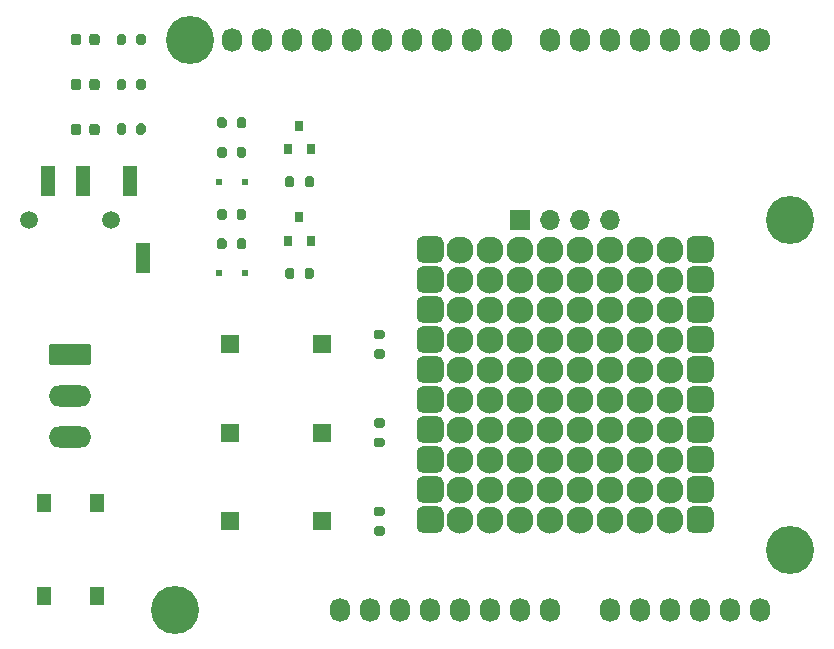
<source format=gts>
%TF.GenerationSoftware,KiCad,Pcbnew,(5.1.10)-1*%
%TF.CreationDate,2021-11-05T01:01:10-05:00*%
%TF.ProjectId,KVLShield,4b564c53-6869-4656-9c64-2e6b69636164,1.0*%
%TF.SameCoordinates,Original*%
%TF.FileFunction,Soldermask,Top*%
%TF.FilePolarity,Negative*%
%FSLAX46Y46*%
G04 Gerber Fmt 4.6, Leading zero omitted, Abs format (unit mm)*
G04 Created by KiCad (PCBNEW (5.1.10)-1) date 2021-11-05 01:01:10*
%MOMM*%
%LPD*%
G01*
G04 APERTURE LIST*
%ADD10R,1.500000X1.500000*%
%ADD11C,1.500000*%
%ADD12R,1.200000X2.500000*%
%ADD13R,1.300000X1.550000*%
%ADD14R,0.800000X0.900000*%
%ADD15C,2.300000*%
%ADD16R,0.500000X0.500000*%
%ADD17O,3.600000X1.800000*%
%ADD18O,1.727200X2.032000*%
%ADD19C,4.064000*%
%ADD20R,1.700000X1.700000*%
%ADD21O,1.700000X1.700000*%
G04 APERTURE END LIST*
D10*
%TO.C,SW4*%
X137398000Y-116365000D03*
X129598000Y-116365000D03*
%TD*%
%TO.C,SW3*%
X137398000Y-108865000D03*
X129598000Y-108865000D03*
%TD*%
%TO.C,SW2*%
X137398000Y-101365000D03*
X129598000Y-101365000D03*
%TD*%
D11*
%TO.C,J3*%
X119573000Y-90805000D03*
X112573000Y-90805000D03*
D12*
X114173000Y-87555000D03*
X117173000Y-87555000D03*
X121173000Y-87555000D03*
X122273000Y-94055000D03*
%TD*%
D13*
%TO.C,SW1*%
X113828000Y-122720000D03*
X118328000Y-122720000D03*
X118328000Y-114770000D03*
X113828000Y-114770000D03*
%TD*%
D14*
%TO.C,Q1*%
X135498000Y-82865000D03*
X136448000Y-84865000D03*
X134548000Y-84865000D03*
%TD*%
D15*
%TO.C, *%
X166878000Y-111125000D03*
%TD*%
%TO.C, *%
X166878000Y-98425000D03*
%TD*%
%TO.C, *%
X166878000Y-108585000D03*
%TD*%
%TO.C, *%
X166878000Y-113665000D03*
%TD*%
%TO.C, *%
X166878000Y-116205000D03*
%TD*%
%TO.C, *%
X166878000Y-106045000D03*
%TD*%
%TO.C, *%
X166878000Y-103505000D03*
%TD*%
%TO.C, *%
X166878000Y-100965000D03*
%TD*%
%TO.C, *%
X166878000Y-95885000D03*
%TD*%
%TO.C, *%
X166878000Y-93345000D03*
%TD*%
%TO.C, *%
X164338000Y-111125000D03*
%TD*%
%TO.C, *%
X164338000Y-98425000D03*
%TD*%
%TO.C, *%
X164338000Y-108585000D03*
%TD*%
%TO.C, *%
X164338000Y-113665000D03*
%TD*%
%TO.C, *%
X164338000Y-116205000D03*
%TD*%
%TO.C, *%
X164338000Y-106045000D03*
%TD*%
%TO.C, *%
X164338000Y-103505000D03*
%TD*%
%TO.C, *%
X164338000Y-100965000D03*
%TD*%
%TO.C, *%
X164338000Y-95885000D03*
%TD*%
%TO.C, *%
X164338000Y-93345000D03*
%TD*%
%TO.C, *%
X161798000Y-111125000D03*
%TD*%
%TO.C, *%
X161798000Y-98425000D03*
%TD*%
%TO.C, *%
X161798000Y-108585000D03*
%TD*%
%TO.C, *%
X161798000Y-113665000D03*
%TD*%
%TO.C, *%
X161798000Y-116205000D03*
%TD*%
%TO.C, *%
X161798000Y-106045000D03*
%TD*%
%TO.C, *%
X161798000Y-103505000D03*
%TD*%
%TO.C, *%
X161798000Y-100965000D03*
%TD*%
%TO.C, *%
X161798000Y-95885000D03*
%TD*%
%TO.C, *%
X161798000Y-93345000D03*
%TD*%
%TO.C, *%
X159258000Y-111125000D03*
%TD*%
%TO.C, *%
X159258000Y-98425000D03*
%TD*%
%TO.C, *%
X159258000Y-108585000D03*
%TD*%
%TO.C, *%
X159258000Y-113665000D03*
%TD*%
%TO.C, *%
X159258000Y-116205000D03*
%TD*%
%TO.C, *%
X159258000Y-106045000D03*
%TD*%
%TO.C, *%
X159258000Y-103505000D03*
%TD*%
%TO.C, *%
X159258000Y-100965000D03*
%TD*%
%TO.C, *%
X159258000Y-95885000D03*
%TD*%
%TO.C, *%
X159258000Y-93345000D03*
%TD*%
%TO.C, *%
X156718000Y-111125000D03*
%TD*%
%TO.C, *%
X156718000Y-98425000D03*
%TD*%
%TO.C, *%
X156718000Y-108585000D03*
%TD*%
%TO.C, *%
X156718000Y-113665000D03*
%TD*%
%TO.C, *%
X156718000Y-116205000D03*
%TD*%
%TO.C, *%
X156718000Y-106045000D03*
%TD*%
%TO.C, *%
X156718000Y-103505000D03*
%TD*%
%TO.C, *%
X156718000Y-100965000D03*
%TD*%
%TO.C, *%
X156718000Y-95885000D03*
%TD*%
%TO.C, *%
X156718000Y-93345000D03*
%TD*%
%TO.C, *%
X154178000Y-111125000D03*
%TD*%
%TO.C, *%
X154178000Y-98425000D03*
%TD*%
%TO.C, *%
X154178000Y-108585000D03*
%TD*%
%TO.C, *%
X154178000Y-113665000D03*
%TD*%
%TO.C, *%
X154178000Y-116205000D03*
%TD*%
%TO.C, *%
X154178000Y-106045000D03*
%TD*%
%TO.C, *%
X154178000Y-103505000D03*
%TD*%
%TO.C, *%
X154178000Y-100965000D03*
%TD*%
%TO.C, *%
X154178000Y-95885000D03*
%TD*%
%TO.C, *%
X154178000Y-93345000D03*
%TD*%
%TO.C, *%
X151638000Y-111125000D03*
%TD*%
%TO.C, *%
X151638000Y-98425000D03*
%TD*%
%TO.C, *%
X151638000Y-108585000D03*
%TD*%
%TO.C, *%
X151638000Y-113665000D03*
%TD*%
%TO.C, *%
X151638000Y-116205000D03*
%TD*%
%TO.C, *%
X151638000Y-106045000D03*
%TD*%
%TO.C, *%
X151638000Y-103505000D03*
%TD*%
%TO.C, *%
X151638000Y-100965000D03*
%TD*%
%TO.C, *%
X151638000Y-95885000D03*
%TD*%
%TO.C, *%
X151638000Y-93345000D03*
%TD*%
%TO.C, *%
X149098000Y-116205000D03*
%TD*%
%TO.C, *%
X149098000Y-113665000D03*
%TD*%
%TO.C, *%
X149098000Y-111125000D03*
%TD*%
%TO.C, *%
X149098000Y-108585000D03*
%TD*%
%TO.C, *%
X149098000Y-106045000D03*
%TD*%
%TO.C, *%
X149098000Y-103505000D03*
%TD*%
%TO.C, *%
X149098000Y-100965000D03*
%TD*%
%TO.C, *%
X149098000Y-98425000D03*
%TD*%
%TO.C, *%
X149098000Y-95885000D03*
%TD*%
%TO.C, *%
G36*
G01*
X168268000Y-116780000D02*
X168268000Y-115630000D01*
G75*
G02*
X168843000Y-115055000I575000J0D01*
G01*
X169993000Y-115055000D01*
G75*
G02*
X170568000Y-115630000I0J-575000D01*
G01*
X170568000Y-116780000D01*
G75*
G02*
X169993000Y-117355000I-575000J0D01*
G01*
X168843000Y-117355000D01*
G75*
G02*
X168268000Y-116780000I0J575000D01*
G01*
G37*
%TD*%
%TO.C, *%
G36*
G01*
X168268000Y-114240000D02*
X168268000Y-113090000D01*
G75*
G02*
X168843000Y-112515000I575000J0D01*
G01*
X169993000Y-112515000D01*
G75*
G02*
X170568000Y-113090000I0J-575000D01*
G01*
X170568000Y-114240000D01*
G75*
G02*
X169993000Y-114815000I-575000J0D01*
G01*
X168843000Y-114815000D01*
G75*
G02*
X168268000Y-114240000I0J575000D01*
G01*
G37*
%TD*%
%TO.C, *%
G36*
G01*
X168268000Y-111700000D02*
X168268000Y-110550000D01*
G75*
G02*
X168843000Y-109975000I575000J0D01*
G01*
X169993000Y-109975000D01*
G75*
G02*
X170568000Y-110550000I0J-575000D01*
G01*
X170568000Y-111700000D01*
G75*
G02*
X169993000Y-112275000I-575000J0D01*
G01*
X168843000Y-112275000D01*
G75*
G02*
X168268000Y-111700000I0J575000D01*
G01*
G37*
%TD*%
%TO.C, *%
G36*
G01*
X168268000Y-109160000D02*
X168268000Y-108010000D01*
G75*
G02*
X168843000Y-107435000I575000J0D01*
G01*
X169993000Y-107435000D01*
G75*
G02*
X170568000Y-108010000I0J-575000D01*
G01*
X170568000Y-109160000D01*
G75*
G02*
X169993000Y-109735000I-575000J0D01*
G01*
X168843000Y-109735000D01*
G75*
G02*
X168268000Y-109160000I0J575000D01*
G01*
G37*
%TD*%
%TO.C, *%
G36*
G01*
X168268000Y-106620000D02*
X168268000Y-105470000D01*
G75*
G02*
X168843000Y-104895000I575000J0D01*
G01*
X169993000Y-104895000D01*
G75*
G02*
X170568000Y-105470000I0J-575000D01*
G01*
X170568000Y-106620000D01*
G75*
G02*
X169993000Y-107195000I-575000J0D01*
G01*
X168843000Y-107195000D01*
G75*
G02*
X168268000Y-106620000I0J575000D01*
G01*
G37*
%TD*%
%TO.C, *%
G36*
G01*
X168268000Y-104080000D02*
X168268000Y-102930000D01*
G75*
G02*
X168843000Y-102355000I575000J0D01*
G01*
X169993000Y-102355000D01*
G75*
G02*
X170568000Y-102930000I0J-575000D01*
G01*
X170568000Y-104080000D01*
G75*
G02*
X169993000Y-104655000I-575000J0D01*
G01*
X168843000Y-104655000D01*
G75*
G02*
X168268000Y-104080000I0J575000D01*
G01*
G37*
%TD*%
%TO.C, *%
G36*
G01*
X168268000Y-101540000D02*
X168268000Y-100390000D01*
G75*
G02*
X168843000Y-99815000I575000J0D01*
G01*
X169993000Y-99815000D01*
G75*
G02*
X170568000Y-100390000I0J-575000D01*
G01*
X170568000Y-101540000D01*
G75*
G02*
X169993000Y-102115000I-575000J0D01*
G01*
X168843000Y-102115000D01*
G75*
G02*
X168268000Y-101540000I0J575000D01*
G01*
G37*
%TD*%
%TO.C, *%
G36*
G01*
X168268000Y-99000000D02*
X168268000Y-97850000D01*
G75*
G02*
X168843000Y-97275000I575000J0D01*
G01*
X169993000Y-97275000D01*
G75*
G02*
X170568000Y-97850000I0J-575000D01*
G01*
X170568000Y-99000000D01*
G75*
G02*
X169993000Y-99575000I-575000J0D01*
G01*
X168843000Y-99575000D01*
G75*
G02*
X168268000Y-99000000I0J575000D01*
G01*
G37*
%TD*%
%TO.C, *%
G36*
G01*
X168268000Y-96460000D02*
X168268000Y-95310000D01*
G75*
G02*
X168843000Y-94735000I575000J0D01*
G01*
X169993000Y-94735000D01*
G75*
G02*
X170568000Y-95310000I0J-575000D01*
G01*
X170568000Y-96460000D01*
G75*
G02*
X169993000Y-97035000I-575000J0D01*
G01*
X168843000Y-97035000D01*
G75*
G02*
X168268000Y-96460000I0J575000D01*
G01*
G37*
%TD*%
%TO.C, *%
G36*
G01*
X145408000Y-116780000D02*
X145408000Y-115630000D01*
G75*
G02*
X145983000Y-115055000I575000J0D01*
G01*
X147133000Y-115055000D01*
G75*
G02*
X147708000Y-115630000I0J-575000D01*
G01*
X147708000Y-116780000D01*
G75*
G02*
X147133000Y-117355000I-575000J0D01*
G01*
X145983000Y-117355000D01*
G75*
G02*
X145408000Y-116780000I0J575000D01*
G01*
G37*
%TD*%
%TO.C, *%
G36*
G01*
X145408000Y-114240000D02*
X145408000Y-113090000D01*
G75*
G02*
X145983000Y-112515000I575000J0D01*
G01*
X147133000Y-112515000D01*
G75*
G02*
X147708000Y-113090000I0J-575000D01*
G01*
X147708000Y-114240000D01*
G75*
G02*
X147133000Y-114815000I-575000J0D01*
G01*
X145983000Y-114815000D01*
G75*
G02*
X145408000Y-114240000I0J575000D01*
G01*
G37*
%TD*%
%TO.C, *%
G36*
G01*
X145408000Y-111700000D02*
X145408000Y-110550000D01*
G75*
G02*
X145983000Y-109975000I575000J0D01*
G01*
X147133000Y-109975000D01*
G75*
G02*
X147708000Y-110550000I0J-575000D01*
G01*
X147708000Y-111700000D01*
G75*
G02*
X147133000Y-112275000I-575000J0D01*
G01*
X145983000Y-112275000D01*
G75*
G02*
X145408000Y-111700000I0J575000D01*
G01*
G37*
%TD*%
%TO.C, *%
G36*
G01*
X145408000Y-109160000D02*
X145408000Y-108010000D01*
G75*
G02*
X145983000Y-107435000I575000J0D01*
G01*
X147133000Y-107435000D01*
G75*
G02*
X147708000Y-108010000I0J-575000D01*
G01*
X147708000Y-109160000D01*
G75*
G02*
X147133000Y-109735000I-575000J0D01*
G01*
X145983000Y-109735000D01*
G75*
G02*
X145408000Y-109160000I0J575000D01*
G01*
G37*
%TD*%
%TO.C, *%
G36*
G01*
X145408000Y-106620000D02*
X145408000Y-105470000D01*
G75*
G02*
X145983000Y-104895000I575000J0D01*
G01*
X147133000Y-104895000D01*
G75*
G02*
X147708000Y-105470000I0J-575000D01*
G01*
X147708000Y-106620000D01*
G75*
G02*
X147133000Y-107195000I-575000J0D01*
G01*
X145983000Y-107195000D01*
G75*
G02*
X145408000Y-106620000I0J575000D01*
G01*
G37*
%TD*%
%TO.C, *%
G36*
G01*
X145408000Y-104080000D02*
X145408000Y-102930000D01*
G75*
G02*
X145983000Y-102355000I575000J0D01*
G01*
X147133000Y-102355000D01*
G75*
G02*
X147708000Y-102930000I0J-575000D01*
G01*
X147708000Y-104080000D01*
G75*
G02*
X147133000Y-104655000I-575000J0D01*
G01*
X145983000Y-104655000D01*
G75*
G02*
X145408000Y-104080000I0J575000D01*
G01*
G37*
%TD*%
%TO.C, *%
G36*
G01*
X145408000Y-101540000D02*
X145408000Y-100390000D01*
G75*
G02*
X145983000Y-99815000I575000J0D01*
G01*
X147133000Y-99815000D01*
G75*
G02*
X147708000Y-100390000I0J-575000D01*
G01*
X147708000Y-101540000D01*
G75*
G02*
X147133000Y-102115000I-575000J0D01*
G01*
X145983000Y-102115000D01*
G75*
G02*
X145408000Y-101540000I0J575000D01*
G01*
G37*
%TD*%
%TO.C, *%
G36*
G01*
X145408000Y-99000000D02*
X145408000Y-97850000D01*
G75*
G02*
X145983000Y-97275000I575000J0D01*
G01*
X147133000Y-97275000D01*
G75*
G02*
X147708000Y-97850000I0J-575000D01*
G01*
X147708000Y-99000000D01*
G75*
G02*
X147133000Y-99575000I-575000J0D01*
G01*
X145983000Y-99575000D01*
G75*
G02*
X145408000Y-99000000I0J575000D01*
G01*
G37*
%TD*%
%TO.C, *%
G36*
G01*
X145408000Y-96460000D02*
X145408000Y-95310000D01*
G75*
G02*
X145983000Y-94735000I575000J0D01*
G01*
X147133000Y-94735000D01*
G75*
G02*
X147708000Y-95310000I0J-575000D01*
G01*
X147708000Y-96460000D01*
G75*
G02*
X147133000Y-97035000I-575000J0D01*
G01*
X145983000Y-97035000D01*
G75*
G02*
X145408000Y-96460000I0J575000D01*
G01*
G37*
%TD*%
%TO.C, *%
G36*
G01*
X168268000Y-93920000D02*
X168268000Y-92770000D01*
G75*
G02*
X168843000Y-92195000I575000J0D01*
G01*
X169993000Y-92195000D01*
G75*
G02*
X170568000Y-92770000I0J-575000D01*
G01*
X170568000Y-93920000D01*
G75*
G02*
X169993000Y-94495000I-575000J0D01*
G01*
X168843000Y-94495000D01*
G75*
G02*
X168268000Y-93920000I0J575000D01*
G01*
G37*
%TD*%
%TO.C, *%
X149098000Y-93345000D03*
%TD*%
%TO.C, *%
G36*
G01*
X145408000Y-93920000D02*
X145408000Y-92770000D01*
G75*
G02*
X145983000Y-92195000I575000J0D01*
G01*
X147133000Y-92195000D01*
G75*
G02*
X147708000Y-92770000I0J-575000D01*
G01*
X147708000Y-93920000D01*
G75*
G02*
X147133000Y-94495000I-575000J0D01*
G01*
X145983000Y-94495000D01*
G75*
G02*
X145408000Y-93920000I0J575000D01*
G01*
G37*
%TD*%
%TO.C,R12*%
G36*
G01*
X141973000Y-116790000D02*
X142523000Y-116790000D01*
G75*
G02*
X142723000Y-116990000I0J-200000D01*
G01*
X142723000Y-117390000D01*
G75*
G02*
X142523000Y-117590000I-200000J0D01*
G01*
X141973000Y-117590000D01*
G75*
G02*
X141773000Y-117390000I0J200000D01*
G01*
X141773000Y-116990000D01*
G75*
G02*
X141973000Y-116790000I200000J0D01*
G01*
G37*
G36*
G01*
X141973000Y-115140000D02*
X142523000Y-115140000D01*
G75*
G02*
X142723000Y-115340000I0J-200000D01*
G01*
X142723000Y-115740000D01*
G75*
G02*
X142523000Y-115940000I-200000J0D01*
G01*
X141973000Y-115940000D01*
G75*
G02*
X141773000Y-115740000I0J200000D01*
G01*
X141773000Y-115340000D01*
G75*
G02*
X141973000Y-115140000I200000J0D01*
G01*
G37*
%TD*%
%TO.C,R11*%
G36*
G01*
X141973000Y-109290000D02*
X142523000Y-109290000D01*
G75*
G02*
X142723000Y-109490000I0J-200000D01*
G01*
X142723000Y-109890000D01*
G75*
G02*
X142523000Y-110090000I-200000J0D01*
G01*
X141973000Y-110090000D01*
G75*
G02*
X141773000Y-109890000I0J200000D01*
G01*
X141773000Y-109490000D01*
G75*
G02*
X141973000Y-109290000I200000J0D01*
G01*
G37*
G36*
G01*
X141973000Y-107640000D02*
X142523000Y-107640000D01*
G75*
G02*
X142723000Y-107840000I0J-200000D01*
G01*
X142723000Y-108240000D01*
G75*
G02*
X142523000Y-108440000I-200000J0D01*
G01*
X141973000Y-108440000D01*
G75*
G02*
X141773000Y-108240000I0J200000D01*
G01*
X141773000Y-107840000D01*
G75*
G02*
X141973000Y-107640000I200000J0D01*
G01*
G37*
%TD*%
%TO.C,R10*%
G36*
G01*
X141973000Y-101790000D02*
X142523000Y-101790000D01*
G75*
G02*
X142723000Y-101990000I0J-200000D01*
G01*
X142723000Y-102390000D01*
G75*
G02*
X142523000Y-102590000I-200000J0D01*
G01*
X141973000Y-102590000D01*
G75*
G02*
X141773000Y-102390000I0J200000D01*
G01*
X141773000Y-101990000D01*
G75*
G02*
X141973000Y-101790000I200000J0D01*
G01*
G37*
G36*
G01*
X141973000Y-100140000D02*
X142523000Y-100140000D01*
G75*
G02*
X142723000Y-100340000I0J-200000D01*
G01*
X142723000Y-100740000D01*
G75*
G02*
X142523000Y-100940000I-200000J0D01*
G01*
X141973000Y-100940000D01*
G75*
G02*
X141773000Y-100740000I0J200000D01*
G01*
X141773000Y-100340000D01*
G75*
G02*
X141973000Y-100140000I200000J0D01*
G01*
G37*
%TD*%
D16*
%TO.C,D2*%
X128648000Y-95365000D03*
X130848000Y-95365000D03*
%TD*%
%TO.C,D1*%
X128648000Y-87615000D03*
X130848000Y-87615000D03*
%TD*%
D17*
%TO.C,J1*%
X116078000Y-109235000D03*
X116078000Y-105735000D03*
G36*
G01*
X114528000Y-101335000D02*
X117628000Y-101335000D01*
G75*
G02*
X117878000Y-101585000I0J-250000D01*
G01*
X117878000Y-102885000D01*
G75*
G02*
X117628000Y-103135000I-250000J0D01*
G01*
X114528000Y-103135000D01*
G75*
G02*
X114278000Y-102885000I0J250000D01*
G01*
X114278000Y-101585000D01*
G75*
G02*
X114528000Y-101335000I250000J0D01*
G01*
G37*
%TD*%
%TO.C,R9*%
G36*
G01*
X120823000Y-82870000D02*
X120823000Y-83420000D01*
G75*
G02*
X120623000Y-83620000I-200000J0D01*
G01*
X120223000Y-83620000D01*
G75*
G02*
X120023000Y-83420000I0J200000D01*
G01*
X120023000Y-82870000D01*
G75*
G02*
X120223000Y-82670000I200000J0D01*
G01*
X120623000Y-82670000D01*
G75*
G02*
X120823000Y-82870000I0J-200000D01*
G01*
G37*
G36*
G01*
X122473000Y-82870000D02*
X122473000Y-83420000D01*
G75*
G02*
X122273000Y-83620000I-200000J0D01*
G01*
X121873000Y-83620000D01*
G75*
G02*
X121673000Y-83420000I0J200000D01*
G01*
X121673000Y-82870000D01*
G75*
G02*
X121873000Y-82670000I200000J0D01*
G01*
X122273000Y-82670000D01*
G75*
G02*
X122473000Y-82870000I0J-200000D01*
G01*
G37*
%TD*%
%TO.C,D5*%
G36*
G01*
X117698000Y-83441250D02*
X117698000Y-82928750D01*
G75*
G02*
X117916750Y-82710000I218750J0D01*
G01*
X118354250Y-82710000D01*
G75*
G02*
X118573000Y-82928750I0J-218750D01*
G01*
X118573000Y-83441250D01*
G75*
G02*
X118354250Y-83660000I-218750J0D01*
G01*
X117916750Y-83660000D01*
G75*
G02*
X117698000Y-83441250I0J218750D01*
G01*
G37*
G36*
G01*
X116123000Y-83441250D02*
X116123000Y-82928750D01*
G75*
G02*
X116341750Y-82710000I218750J0D01*
G01*
X116779250Y-82710000D01*
G75*
G02*
X116998000Y-82928750I0J-218750D01*
G01*
X116998000Y-83441250D01*
G75*
G02*
X116779250Y-83660000I-218750J0D01*
G01*
X116341750Y-83660000D01*
G75*
G02*
X116123000Y-83441250I0J218750D01*
G01*
G37*
%TD*%
%TO.C,D4*%
G36*
G01*
X117698000Y-79631250D02*
X117698000Y-79118750D01*
G75*
G02*
X117916750Y-78900000I218750J0D01*
G01*
X118354250Y-78900000D01*
G75*
G02*
X118573000Y-79118750I0J-218750D01*
G01*
X118573000Y-79631250D01*
G75*
G02*
X118354250Y-79850000I-218750J0D01*
G01*
X117916750Y-79850000D01*
G75*
G02*
X117698000Y-79631250I0J218750D01*
G01*
G37*
G36*
G01*
X116123000Y-79631250D02*
X116123000Y-79118750D01*
G75*
G02*
X116341750Y-78900000I218750J0D01*
G01*
X116779250Y-78900000D01*
G75*
G02*
X116998000Y-79118750I0J-218750D01*
G01*
X116998000Y-79631250D01*
G75*
G02*
X116779250Y-79850000I-218750J0D01*
G01*
X116341750Y-79850000D01*
G75*
G02*
X116123000Y-79631250I0J218750D01*
G01*
G37*
%TD*%
%TO.C,D3*%
G36*
G01*
X117698000Y-75821250D02*
X117698000Y-75308750D01*
G75*
G02*
X117916750Y-75090000I218750J0D01*
G01*
X118354250Y-75090000D01*
G75*
G02*
X118573000Y-75308750I0J-218750D01*
G01*
X118573000Y-75821250D01*
G75*
G02*
X118354250Y-76040000I-218750J0D01*
G01*
X117916750Y-76040000D01*
G75*
G02*
X117698000Y-75821250I0J218750D01*
G01*
G37*
G36*
G01*
X116123000Y-75821250D02*
X116123000Y-75308750D01*
G75*
G02*
X116341750Y-75090000I218750J0D01*
G01*
X116779250Y-75090000D01*
G75*
G02*
X116998000Y-75308750I0J-218750D01*
G01*
X116998000Y-75821250D01*
G75*
G02*
X116779250Y-76040000I-218750J0D01*
G01*
X116341750Y-76040000D01*
G75*
G02*
X116123000Y-75821250I0J218750D01*
G01*
G37*
%TD*%
D14*
%TO.C,Q2*%
X135498000Y-90615000D03*
X136448000Y-92615000D03*
X134548000Y-92615000D03*
%TD*%
%TO.C,R8*%
G36*
G01*
X120823000Y-79100000D02*
X120823000Y-79650000D01*
G75*
G02*
X120623000Y-79850000I-200000J0D01*
G01*
X120223000Y-79850000D01*
G75*
G02*
X120023000Y-79650000I0J200000D01*
G01*
X120023000Y-79100000D01*
G75*
G02*
X120223000Y-78900000I200000J0D01*
G01*
X120623000Y-78900000D01*
G75*
G02*
X120823000Y-79100000I0J-200000D01*
G01*
G37*
G36*
G01*
X122473000Y-79100000D02*
X122473000Y-79650000D01*
G75*
G02*
X122273000Y-79850000I-200000J0D01*
G01*
X121873000Y-79850000D01*
G75*
G02*
X121673000Y-79650000I0J200000D01*
G01*
X121673000Y-79100000D01*
G75*
G02*
X121873000Y-78900000I200000J0D01*
G01*
X122273000Y-78900000D01*
G75*
G02*
X122473000Y-79100000I0J-200000D01*
G01*
G37*
%TD*%
%TO.C,R7*%
G36*
G01*
X120823000Y-75290000D02*
X120823000Y-75840000D01*
G75*
G02*
X120623000Y-76040000I-200000J0D01*
G01*
X120223000Y-76040000D01*
G75*
G02*
X120023000Y-75840000I0J200000D01*
G01*
X120023000Y-75290000D01*
G75*
G02*
X120223000Y-75090000I200000J0D01*
G01*
X120623000Y-75090000D01*
G75*
G02*
X120823000Y-75290000I0J-200000D01*
G01*
G37*
G36*
G01*
X122473000Y-75290000D02*
X122473000Y-75840000D01*
G75*
G02*
X122273000Y-76040000I-200000J0D01*
G01*
X121873000Y-76040000D01*
G75*
G02*
X121673000Y-75840000I0J200000D01*
G01*
X121673000Y-75290000D01*
G75*
G02*
X121873000Y-75090000I200000J0D01*
G01*
X122273000Y-75090000D01*
G75*
G02*
X122473000Y-75290000I0J-200000D01*
G01*
G37*
%TD*%
%TO.C,R6*%
G36*
G01*
X135073000Y-95090000D02*
X135073000Y-95640000D01*
G75*
G02*
X134873000Y-95840000I-200000J0D01*
G01*
X134473000Y-95840000D01*
G75*
G02*
X134273000Y-95640000I0J200000D01*
G01*
X134273000Y-95090000D01*
G75*
G02*
X134473000Y-94890000I200000J0D01*
G01*
X134873000Y-94890000D01*
G75*
G02*
X135073000Y-95090000I0J-200000D01*
G01*
G37*
G36*
G01*
X136723000Y-95090000D02*
X136723000Y-95640000D01*
G75*
G02*
X136523000Y-95840000I-200000J0D01*
G01*
X136123000Y-95840000D01*
G75*
G02*
X135923000Y-95640000I0J200000D01*
G01*
X135923000Y-95090000D01*
G75*
G02*
X136123000Y-94890000I200000J0D01*
G01*
X136523000Y-94890000D01*
G75*
G02*
X136723000Y-95090000I0J-200000D01*
G01*
G37*
%TD*%
%TO.C,R5*%
G36*
G01*
X130173000Y-93140000D02*
X130173000Y-92590000D01*
G75*
G02*
X130373000Y-92390000I200000J0D01*
G01*
X130773000Y-92390000D01*
G75*
G02*
X130973000Y-92590000I0J-200000D01*
G01*
X130973000Y-93140000D01*
G75*
G02*
X130773000Y-93340000I-200000J0D01*
G01*
X130373000Y-93340000D01*
G75*
G02*
X130173000Y-93140000I0J200000D01*
G01*
G37*
G36*
G01*
X128523000Y-93140000D02*
X128523000Y-92590000D01*
G75*
G02*
X128723000Y-92390000I200000J0D01*
G01*
X129123000Y-92390000D01*
G75*
G02*
X129323000Y-92590000I0J-200000D01*
G01*
X129323000Y-93140000D01*
G75*
G02*
X129123000Y-93340000I-200000J0D01*
G01*
X128723000Y-93340000D01*
G75*
G02*
X128523000Y-93140000I0J200000D01*
G01*
G37*
%TD*%
%TO.C,R4*%
G36*
G01*
X130173000Y-90640000D02*
X130173000Y-90090000D01*
G75*
G02*
X130373000Y-89890000I200000J0D01*
G01*
X130773000Y-89890000D01*
G75*
G02*
X130973000Y-90090000I0J-200000D01*
G01*
X130973000Y-90640000D01*
G75*
G02*
X130773000Y-90840000I-200000J0D01*
G01*
X130373000Y-90840000D01*
G75*
G02*
X130173000Y-90640000I0J200000D01*
G01*
G37*
G36*
G01*
X128523000Y-90640000D02*
X128523000Y-90090000D01*
G75*
G02*
X128723000Y-89890000I200000J0D01*
G01*
X129123000Y-89890000D01*
G75*
G02*
X129323000Y-90090000I0J-200000D01*
G01*
X129323000Y-90640000D01*
G75*
G02*
X129123000Y-90840000I-200000J0D01*
G01*
X128723000Y-90840000D01*
G75*
G02*
X128523000Y-90640000I0J200000D01*
G01*
G37*
%TD*%
%TO.C,R3*%
G36*
G01*
X135073000Y-87340000D02*
X135073000Y-87890000D01*
G75*
G02*
X134873000Y-88090000I-200000J0D01*
G01*
X134473000Y-88090000D01*
G75*
G02*
X134273000Y-87890000I0J200000D01*
G01*
X134273000Y-87340000D01*
G75*
G02*
X134473000Y-87140000I200000J0D01*
G01*
X134873000Y-87140000D01*
G75*
G02*
X135073000Y-87340000I0J-200000D01*
G01*
G37*
G36*
G01*
X136723000Y-87340000D02*
X136723000Y-87890000D01*
G75*
G02*
X136523000Y-88090000I-200000J0D01*
G01*
X136123000Y-88090000D01*
G75*
G02*
X135923000Y-87890000I0J200000D01*
G01*
X135923000Y-87340000D01*
G75*
G02*
X136123000Y-87140000I200000J0D01*
G01*
X136523000Y-87140000D01*
G75*
G02*
X136723000Y-87340000I0J-200000D01*
G01*
G37*
%TD*%
%TO.C,R2*%
G36*
G01*
X130173000Y-85390000D02*
X130173000Y-84840000D01*
G75*
G02*
X130373000Y-84640000I200000J0D01*
G01*
X130773000Y-84640000D01*
G75*
G02*
X130973000Y-84840000I0J-200000D01*
G01*
X130973000Y-85390000D01*
G75*
G02*
X130773000Y-85590000I-200000J0D01*
G01*
X130373000Y-85590000D01*
G75*
G02*
X130173000Y-85390000I0J200000D01*
G01*
G37*
G36*
G01*
X128523000Y-85390000D02*
X128523000Y-84840000D01*
G75*
G02*
X128723000Y-84640000I200000J0D01*
G01*
X129123000Y-84640000D01*
G75*
G02*
X129323000Y-84840000I0J-200000D01*
G01*
X129323000Y-85390000D01*
G75*
G02*
X129123000Y-85590000I-200000J0D01*
G01*
X128723000Y-85590000D01*
G75*
G02*
X128523000Y-85390000I0J200000D01*
G01*
G37*
%TD*%
%TO.C,R1*%
G36*
G01*
X130173000Y-82890000D02*
X130173000Y-82340000D01*
G75*
G02*
X130373000Y-82140000I200000J0D01*
G01*
X130773000Y-82140000D01*
G75*
G02*
X130973000Y-82340000I0J-200000D01*
G01*
X130973000Y-82890000D01*
G75*
G02*
X130773000Y-83090000I-200000J0D01*
G01*
X130373000Y-83090000D01*
G75*
G02*
X130173000Y-82890000I0J200000D01*
G01*
G37*
G36*
G01*
X128523000Y-82890000D02*
X128523000Y-82340000D01*
G75*
G02*
X128723000Y-82140000I200000J0D01*
G01*
X129123000Y-82140000D01*
G75*
G02*
X129323000Y-82340000I0J-200000D01*
G01*
X129323000Y-82890000D01*
G75*
G02*
X129123000Y-83090000I-200000J0D01*
G01*
X128723000Y-83090000D01*
G75*
G02*
X128523000Y-82890000I0J200000D01*
G01*
G37*
%TD*%
D18*
%TO.C,P1*%
X156718000Y-123825000D03*
X154178000Y-123825000D03*
X151638000Y-123825000D03*
X149098000Y-123825000D03*
X146558000Y-123825000D03*
X144018000Y-123825000D03*
X141478000Y-123825000D03*
X138938000Y-123825000D03*
%TD*%
%TO.C,P2*%
X174498000Y-123825000D03*
X171958000Y-123825000D03*
X169418000Y-123825000D03*
X166878000Y-123825000D03*
X164338000Y-123825000D03*
X161798000Y-123825000D03*
%TD*%
%TO.C,P3*%
X152654000Y-75565000D03*
X150114000Y-75565000D03*
X147574000Y-75565000D03*
X145034000Y-75565000D03*
X142494000Y-75565000D03*
X139954000Y-75565000D03*
X137414000Y-75565000D03*
X134874000Y-75565000D03*
X132334000Y-75565000D03*
X129794000Y-75565000D03*
%TD*%
%TO.C,P4*%
X174498000Y-75565000D03*
X171958000Y-75565000D03*
X169418000Y-75565000D03*
X166878000Y-75565000D03*
X164338000Y-75565000D03*
X161798000Y-75565000D03*
X159258000Y-75565000D03*
X156718000Y-75565000D03*
%TD*%
D19*
%TO.C,P5*%
X124968000Y-123825000D03*
%TD*%
%TO.C,P6*%
X177038000Y-118745000D03*
%TD*%
%TO.C,P7*%
X126238000Y-75565000D03*
%TD*%
%TO.C,P8*%
X177038000Y-90805000D03*
%TD*%
D20*
%TO.C,J2*%
X154178000Y-90805000D03*
D21*
X156718000Y-90805000D03*
X159258000Y-90805000D03*
X161798000Y-90805000D03*
%TD*%
M02*

</source>
